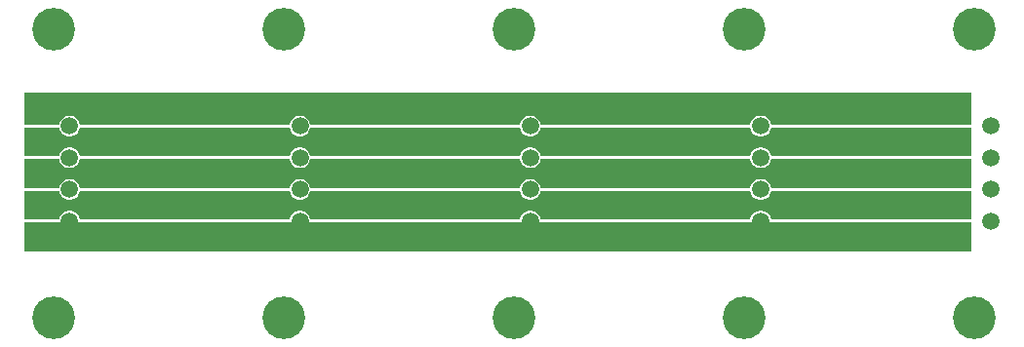
<source format=gbr>
%TF.GenerationSoftware,Altium Limited,Altium Designer,21.2.2 (38)*%
G04 Layer_Physical_Order=1*
G04 Layer_Color=255*
%FSLAX45Y45*%
%MOMM*%
%TF.SameCoordinates,91962C55-0A3B-46C8-9624-B1D99F5FF45C*%
%TF.FilePolarity,Positive*%
%TF.FileFunction,Copper,L1,Top,Signal*%
%TF.Part,Single*%
G01*
G75*
%TA.AperFunction,ComponentPad*%
%ADD10C,1.50000*%
%TA.AperFunction,ViaPad*%
%ADD11C,3.70000*%
G36*
X8975000Y2425000D02*
X7231792D01*
X7226106Y2446219D01*
X7214258Y2466741D01*
X7197501Y2483498D01*
X7176979Y2495347D01*
X7154089Y2501480D01*
X7130391D01*
X7107501Y2495347D01*
X7086979Y2483498D01*
X7070222Y2466741D01*
X7058373Y2446219D01*
X7052688Y2425000D01*
X5231792D01*
X5226106Y2446219D01*
X5214258Y2466741D01*
X5197501Y2483498D01*
X5176978Y2495347D01*
X5154088Y2501480D01*
X5130391D01*
X5107501Y2495347D01*
X5086979Y2483498D01*
X5070222Y2466741D01*
X5058373Y2446219D01*
X5052688Y2425000D01*
X3231792D01*
X3226107Y2446219D01*
X3214258Y2466741D01*
X3197501Y2483498D01*
X3176979Y2495347D01*
X3154089Y2501480D01*
X3130392D01*
X3107502Y2495347D01*
X3086979Y2483498D01*
X3070222Y2466741D01*
X3058374Y2446219D01*
X3052688Y2425000D01*
X1231792D01*
X1226107Y2446219D01*
X1214258Y2466741D01*
X1197501Y2483498D01*
X1176979Y2495347D01*
X1154089Y2501480D01*
X1130391D01*
X1107501Y2495347D01*
X1086979Y2483498D01*
X1070222Y2466741D01*
X1058374Y2446219D01*
X1052688Y2425000D01*
X750000D01*
Y2700000D01*
X8975000D01*
Y2425000D01*
D02*
G37*
G36*
Y2150000D02*
X7231974D01*
X7226106Y2171899D01*
X7214258Y2192421D01*
X7197501Y2209178D01*
X7176979Y2221027D01*
X7154089Y2227160D01*
X7130391D01*
X7107501Y2221027D01*
X7086979Y2209178D01*
X7070222Y2192421D01*
X7058373Y2171899D01*
X7052506Y2150000D01*
X5231974D01*
X5226106Y2171899D01*
X5214258Y2192421D01*
X5197501Y2209178D01*
X5176978Y2221027D01*
X5154088Y2227160D01*
X5130391D01*
X5107501Y2221027D01*
X5086979Y2209178D01*
X5070222Y2192421D01*
X5058373Y2171899D01*
X5052506Y2150000D01*
X3231974D01*
X3226107Y2171899D01*
X3214258Y2192421D01*
X3197501Y2209178D01*
X3176979Y2221027D01*
X3154089Y2227160D01*
X3130392D01*
X3107502Y2221027D01*
X3086979Y2209178D01*
X3070222Y2192421D01*
X3058374Y2171899D01*
X3052506Y2150000D01*
X1231974D01*
X1226107Y2171899D01*
X1214258Y2192421D01*
X1197501Y2209178D01*
X1176979Y2221027D01*
X1154089Y2227160D01*
X1130391D01*
X1107501Y2221027D01*
X1086979Y2209178D01*
X1070222Y2192421D01*
X1058374Y2171899D01*
X1052506Y2150000D01*
X750000D01*
Y2400000D01*
X1052240D01*
Y2399631D01*
X1058374Y2376741D01*
X1070222Y2356219D01*
X1086979Y2339462D01*
X1107501Y2327614D01*
X1130391Y2321480D01*
X1154089D01*
X1176979Y2327614D01*
X1197501Y2339462D01*
X1214258Y2356219D01*
X1226107Y2376741D01*
X1232240Y2399631D01*
Y2400000D01*
X3052240D01*
Y2399631D01*
X3058374Y2376741D01*
X3070222Y2356219D01*
X3086979Y2339462D01*
X3107502Y2327614D01*
X3130392Y2321480D01*
X3154089D01*
X3176979Y2327614D01*
X3197501Y2339462D01*
X3214258Y2356219D01*
X3226107Y2376741D01*
X3232240Y2399631D01*
Y2400000D01*
X5052240D01*
Y2399631D01*
X5058373Y2376741D01*
X5070222Y2356219D01*
X5086979Y2339462D01*
X5107501Y2327614D01*
X5130391Y2321480D01*
X5154088D01*
X5176978Y2327614D01*
X5197501Y2339462D01*
X5214258Y2356219D01*
X5226106Y2376741D01*
X5232240Y2399631D01*
Y2400000D01*
X7052240D01*
Y2399631D01*
X7058373Y2376741D01*
X7070222Y2356219D01*
X7086979Y2339462D01*
X7107501Y2327614D01*
X7130391Y2321480D01*
X7154089D01*
X7176979Y2327614D01*
X7197501Y2339462D01*
X7214258Y2356219D01*
X7226106Y2376741D01*
X7232240Y2399631D01*
Y2400000D01*
X8975000D01*
Y2150000D01*
D02*
G37*
G36*
Y1875000D02*
X7232156D01*
X7226106Y1897579D01*
X7214258Y1918101D01*
X7197501Y1934858D01*
X7176979Y1946707D01*
X7154089Y1952840D01*
X7130391D01*
X7107501Y1946707D01*
X7086979Y1934858D01*
X7070222Y1918101D01*
X7058373Y1897579D01*
X7052324Y1875000D01*
X5232156D01*
X5226106Y1897579D01*
X5214258Y1918101D01*
X5197501Y1934858D01*
X5176978Y1946707D01*
X5154088Y1952840D01*
X5130391D01*
X5107501Y1946707D01*
X5086979Y1934858D01*
X5070222Y1918101D01*
X5058373Y1897579D01*
X5052324Y1875000D01*
X3232156D01*
X3226107Y1897579D01*
X3214258Y1918101D01*
X3197501Y1934858D01*
X3176979Y1946707D01*
X3154089Y1952840D01*
X3130392D01*
X3107502Y1946707D01*
X3086979Y1934858D01*
X3070222Y1918101D01*
X3058374Y1897579D01*
X3052324Y1875000D01*
X1232156D01*
X1226107Y1897579D01*
X1214258Y1918101D01*
X1197501Y1934858D01*
X1176979Y1946707D01*
X1154089Y1952840D01*
X1130391D01*
X1107501Y1946707D01*
X1086979Y1934858D01*
X1070222Y1918101D01*
X1058374Y1897579D01*
X1052324Y1875000D01*
X750000D01*
Y2125000D01*
X1052324D01*
X1058374Y2102421D01*
X1070222Y2081899D01*
X1086979Y2065142D01*
X1107501Y2053294D01*
X1130391Y2047160D01*
X1154089D01*
X1176979Y2053294D01*
X1197501Y2065142D01*
X1214258Y2081899D01*
X1226107Y2102421D01*
X1232156Y2125000D01*
X3052324D01*
X3058374Y2102421D01*
X3070222Y2081899D01*
X3086979Y2065142D01*
X3107502Y2053294D01*
X3130392Y2047160D01*
X3154089D01*
X3176979Y2053294D01*
X3197501Y2065142D01*
X3214258Y2081899D01*
X3226107Y2102421D01*
X3232156Y2125000D01*
X5052324D01*
X5058373Y2102421D01*
X5070222Y2081899D01*
X5086979Y2065142D01*
X5107501Y2053294D01*
X5130391Y2047160D01*
X5154088D01*
X5176978Y2053294D01*
X5197501Y2065142D01*
X5214258Y2081899D01*
X5226106Y2102421D01*
X5232156Y2125000D01*
X7052324D01*
X7058373Y2102421D01*
X7070222Y2081899D01*
X7086979Y2065142D01*
X7107501Y2053294D01*
X7130391Y2047160D01*
X7154089D01*
X7176979Y2053294D01*
X7197501Y2065142D01*
X7214258Y2081899D01*
X7226106Y2102421D01*
X7232156Y2125000D01*
X8975000D01*
Y1875000D01*
D02*
G37*
G36*
Y1600000D02*
X7232240D01*
Y1600369D01*
X7226106Y1623259D01*
X7214258Y1643781D01*
X7197501Y1660538D01*
X7176979Y1672387D01*
X7154089Y1678520D01*
X7130391D01*
X7107501Y1672387D01*
X7086979Y1660538D01*
X7070222Y1643781D01*
X7058373Y1623259D01*
X7052240Y1600369D01*
Y1600000D01*
X5232240D01*
Y1600369D01*
X5226106Y1623259D01*
X5214258Y1643781D01*
X5197501Y1660538D01*
X5176978Y1672387D01*
X5154088Y1678520D01*
X5130391D01*
X5107501Y1672387D01*
X5086979Y1660538D01*
X5070222Y1643781D01*
X5058373Y1623259D01*
X5052240Y1600369D01*
Y1600000D01*
X3232240D01*
Y1600369D01*
X3226107Y1623259D01*
X3214258Y1643781D01*
X3197501Y1660538D01*
X3176979Y1672387D01*
X3154089Y1678520D01*
X3130392D01*
X3107502Y1672387D01*
X3086979Y1660538D01*
X3070222Y1643781D01*
X3058374Y1623259D01*
X3052240Y1600369D01*
Y1600000D01*
X1232240D01*
Y1600369D01*
X1226107Y1623259D01*
X1214258Y1643781D01*
X1197501Y1660538D01*
X1176979Y1672387D01*
X1154089Y1678520D01*
X1130391D01*
X1107501Y1672387D01*
X1086979Y1660538D01*
X1070222Y1643781D01*
X1058374Y1623259D01*
X1052240Y1600369D01*
Y1600000D01*
X750000D01*
Y1850000D01*
X1052506D01*
X1058374Y1828102D01*
X1070222Y1807579D01*
X1086979Y1790822D01*
X1107501Y1778974D01*
X1130391Y1772840D01*
X1154089D01*
X1176979Y1778974D01*
X1197501Y1790822D01*
X1214258Y1807579D01*
X1226107Y1828102D01*
X1231974Y1850000D01*
X3052506D01*
X3058374Y1828102D01*
X3070222Y1807579D01*
X3086979Y1790822D01*
X3107502Y1778974D01*
X3130392Y1772840D01*
X3154089D01*
X3176979Y1778974D01*
X3197501Y1790822D01*
X3214258Y1807579D01*
X3226107Y1828102D01*
X3231974Y1850000D01*
X5052506D01*
X5058373Y1828102D01*
X5070222Y1807579D01*
X5086979Y1790822D01*
X5107501Y1778974D01*
X5130391Y1772840D01*
X5154088D01*
X5176978Y1778974D01*
X5197501Y1790822D01*
X5214258Y1807579D01*
X5226106Y1828102D01*
X5231974Y1850000D01*
X7052506D01*
X7058373Y1828102D01*
X7070222Y1807579D01*
X7086979Y1790822D01*
X7107501Y1778974D01*
X7130391Y1772840D01*
X7154089D01*
X7176979Y1778974D01*
X7197501Y1790822D01*
X7214258Y1807579D01*
X7226106Y1828102D01*
X7231974Y1850000D01*
X8975000D01*
Y1600000D01*
D02*
G37*
G36*
Y1325000D02*
X750000D01*
Y1575000D01*
X8975000D01*
Y1325000D01*
D02*
G37*
D10*
X8857760Y2548640D02*
D03*
Y2274320D02*
D03*
Y2000000D02*
D03*
Y1725680D02*
D03*
Y1451360D02*
D03*
X9142240Y2411480D02*
D03*
Y2137160D02*
D03*
Y1862840D02*
D03*
Y1588520D02*
D03*
X6857760Y2548640D02*
D03*
Y2274320D02*
D03*
Y2000000D02*
D03*
Y1725680D02*
D03*
Y1451360D02*
D03*
X7142240Y2411480D02*
D03*
Y2137160D02*
D03*
Y1862840D02*
D03*
Y1588520D02*
D03*
X4857760Y2548640D02*
D03*
Y2274320D02*
D03*
Y2000000D02*
D03*
Y1725680D02*
D03*
Y1451360D02*
D03*
X5142240Y2411480D02*
D03*
Y2137160D02*
D03*
Y1862840D02*
D03*
Y1588520D02*
D03*
X2857760Y2548640D02*
D03*
Y2274320D02*
D03*
Y2000000D02*
D03*
Y1725680D02*
D03*
Y1451360D02*
D03*
X3142240Y2411480D02*
D03*
Y2137160D02*
D03*
Y1862840D02*
D03*
Y1588520D02*
D03*
X857760Y2548640D02*
D03*
Y2274320D02*
D03*
Y2000000D02*
D03*
Y1725680D02*
D03*
Y1451360D02*
D03*
X1142240Y2411480D02*
D03*
Y2137160D02*
D03*
Y1862840D02*
D03*
Y1588520D02*
D03*
D11*
X9000000Y3249680D02*
D03*
Y749680D02*
D03*
X7000000Y3249680D02*
D03*
Y749680D02*
D03*
X5000000Y3249680D02*
D03*
Y749680D02*
D03*
X3000000Y3249680D02*
D03*
Y749680D02*
D03*
X1000000Y3249680D02*
D03*
Y749680D02*
D03*
%TF.MD5,e10b7caa400942458fc06786281fa329*%
M02*

</source>
